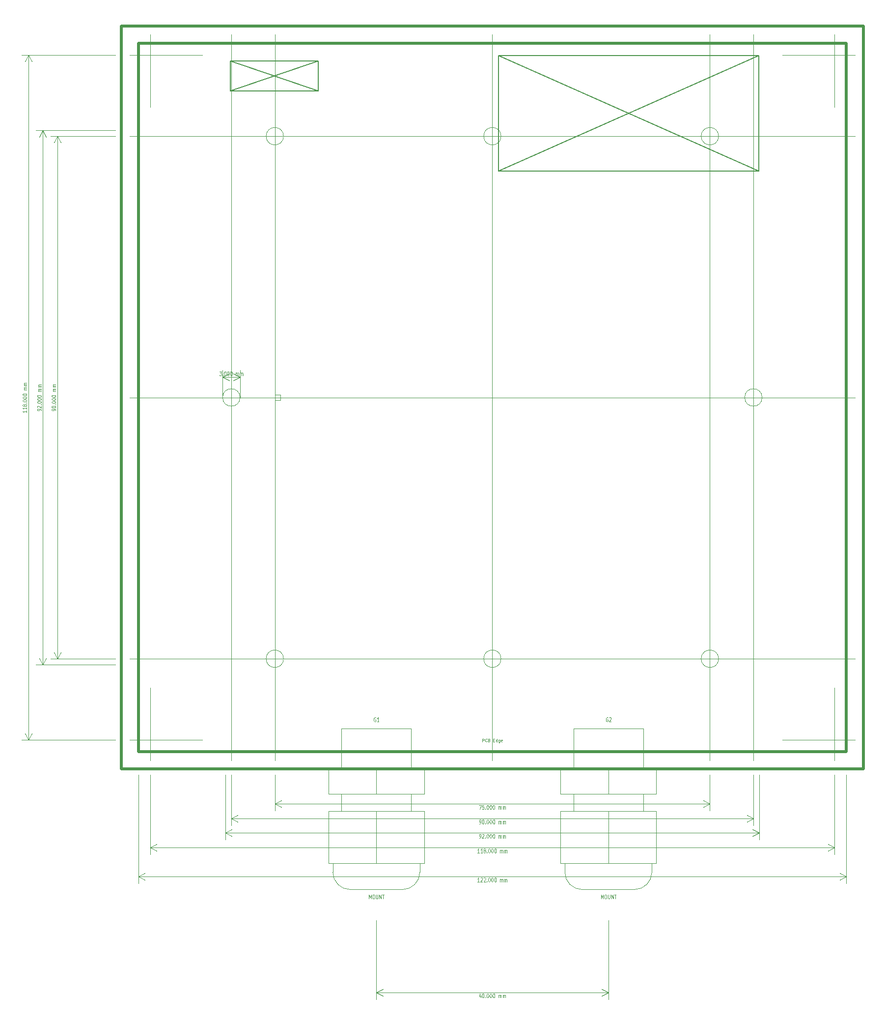
<source format=gbr>
G04 #@! TF.FileFunction,Drawing*
%FSLAX46Y46*%
G04 Gerber Fmt 4.6, Leading zero omitted, Abs format (unit mm)*
G04 Created by KiCad (PCBNEW 4.0.7-e2-6376~61~ubuntu18.04.1) date Thu Aug  9 16:35:42 2018*
%MOMM*%
%LPD*%
G01*
G04 APERTURE LIST*
%ADD10C,0.100000*%
%ADD11C,0.500000*%
%ADD12C,0.120000*%
%ADD13C,0.150000*%
%ADD14C,0.080000*%
G04 APERTURE END LIST*
D10*
D11*
X219000000Y-144000000D02*
X219000000Y-16000000D01*
X91000000Y-144000000D02*
X219000000Y-144000000D01*
D12*
X152983333Y-182907014D02*
X152983333Y-183373681D01*
X152852380Y-182640347D02*
X152721428Y-183140347D01*
X153061904Y-183140347D01*
X153376190Y-182673681D02*
X153428571Y-182673681D01*
X153480952Y-182707014D01*
X153507143Y-182740347D01*
X153533333Y-182807014D01*
X153559524Y-182940347D01*
X153559524Y-183107014D01*
X153533333Y-183240347D01*
X153507143Y-183307014D01*
X153480952Y-183340347D01*
X153428571Y-183373681D01*
X153376190Y-183373681D01*
X153323809Y-183340347D01*
X153297619Y-183307014D01*
X153271428Y-183240347D01*
X153245238Y-183107014D01*
X153245238Y-182940347D01*
X153271428Y-182807014D01*
X153297619Y-182740347D01*
X153323809Y-182707014D01*
X153376190Y-182673681D01*
X153795238Y-183307014D02*
X153821429Y-183340347D01*
X153795238Y-183373681D01*
X153769048Y-183340347D01*
X153795238Y-183307014D01*
X153795238Y-183373681D01*
X154161905Y-182673681D02*
X154214286Y-182673681D01*
X154266667Y-182707014D01*
X154292858Y-182740347D01*
X154319048Y-182807014D01*
X154345239Y-182940347D01*
X154345239Y-183107014D01*
X154319048Y-183240347D01*
X154292858Y-183307014D01*
X154266667Y-183340347D01*
X154214286Y-183373681D01*
X154161905Y-183373681D01*
X154109524Y-183340347D01*
X154083334Y-183307014D01*
X154057143Y-183240347D01*
X154030953Y-183107014D01*
X154030953Y-182940347D01*
X154057143Y-182807014D01*
X154083334Y-182740347D01*
X154109524Y-182707014D01*
X154161905Y-182673681D01*
X154685715Y-182673681D02*
X154738096Y-182673681D01*
X154790477Y-182707014D01*
X154816668Y-182740347D01*
X154842858Y-182807014D01*
X154869049Y-182940347D01*
X154869049Y-183107014D01*
X154842858Y-183240347D01*
X154816668Y-183307014D01*
X154790477Y-183340347D01*
X154738096Y-183373681D01*
X154685715Y-183373681D01*
X154633334Y-183340347D01*
X154607144Y-183307014D01*
X154580953Y-183240347D01*
X154554763Y-183107014D01*
X154554763Y-182940347D01*
X154580953Y-182807014D01*
X154607144Y-182740347D01*
X154633334Y-182707014D01*
X154685715Y-182673681D01*
X155209525Y-182673681D02*
X155261906Y-182673681D01*
X155314287Y-182707014D01*
X155340478Y-182740347D01*
X155366668Y-182807014D01*
X155392859Y-182940347D01*
X155392859Y-183107014D01*
X155366668Y-183240347D01*
X155340478Y-183307014D01*
X155314287Y-183340347D01*
X155261906Y-183373681D01*
X155209525Y-183373681D01*
X155157144Y-183340347D01*
X155130954Y-183307014D01*
X155104763Y-183240347D01*
X155078573Y-183107014D01*
X155078573Y-182940347D01*
X155104763Y-182807014D01*
X155130954Y-182740347D01*
X155157144Y-182707014D01*
X155209525Y-182673681D01*
X156047621Y-183373681D02*
X156047621Y-182907014D01*
X156047621Y-182973681D02*
X156073812Y-182940347D01*
X156126193Y-182907014D01*
X156204764Y-182907014D01*
X156257145Y-182940347D01*
X156283336Y-183007014D01*
X156283336Y-183373681D01*
X156283336Y-183007014D02*
X156309526Y-182940347D01*
X156361907Y-182907014D01*
X156440479Y-182907014D01*
X156492859Y-182940347D01*
X156519050Y-183007014D01*
X156519050Y-183373681D01*
X156780954Y-183373681D02*
X156780954Y-182907014D01*
X156780954Y-182973681D02*
X156807145Y-182940347D01*
X156859526Y-182907014D01*
X156938097Y-182907014D01*
X156990478Y-182940347D01*
X157016669Y-183007014D01*
X157016669Y-183373681D01*
X157016669Y-183007014D02*
X157042859Y-182940347D01*
X157095240Y-182907014D01*
X157173812Y-182907014D01*
X157226192Y-182940347D01*
X157252383Y-183007014D01*
X157252383Y-183373681D01*
X135000000Y-182467014D02*
X175000000Y-182467014D01*
X135000000Y-170000000D02*
X135000000Y-183647014D01*
X175000000Y-170000000D02*
X175000000Y-183647014D01*
X175000000Y-182467014D02*
X173873496Y-183053435D01*
X175000000Y-182467014D02*
X173873496Y-181880593D01*
X135000000Y-182467014D02*
X136126504Y-183053435D01*
X135000000Y-182467014D02*
X136126504Y-181880593D01*
D11*
X219000000Y-16000000D02*
X91000000Y-16000000D01*
X91000000Y-16000000D02*
X91000000Y-144000000D01*
X94000000Y-141000000D02*
X216000000Y-141000000D01*
X94000000Y-19000000D02*
X94000000Y-141000000D01*
X216000000Y-19000000D02*
X94000000Y-19000000D01*
X216000000Y-141000000D02*
X216000000Y-19000000D01*
D12*
X152773809Y-163406647D02*
X152459523Y-163406647D01*
X152616666Y-163406647D02*
X152616666Y-162706647D01*
X152564285Y-162806647D01*
X152511904Y-162873313D01*
X152459523Y-162906647D01*
X152983333Y-162773313D02*
X153009523Y-162739980D01*
X153061904Y-162706647D01*
X153192857Y-162706647D01*
X153245238Y-162739980D01*
X153271428Y-162773313D01*
X153297619Y-162839980D01*
X153297619Y-162906647D01*
X153271428Y-163006647D01*
X152957142Y-163406647D01*
X153297619Y-163406647D01*
X153507143Y-162773313D02*
X153533333Y-162739980D01*
X153585714Y-162706647D01*
X153716667Y-162706647D01*
X153769048Y-162739980D01*
X153795238Y-162773313D01*
X153821429Y-162839980D01*
X153821429Y-162906647D01*
X153795238Y-163006647D01*
X153480952Y-163406647D01*
X153821429Y-163406647D01*
X154057143Y-163339980D02*
X154083334Y-163373313D01*
X154057143Y-163406647D01*
X154030953Y-163373313D01*
X154057143Y-163339980D01*
X154057143Y-163406647D01*
X154423810Y-162706647D02*
X154476191Y-162706647D01*
X154528572Y-162739980D01*
X154554763Y-162773313D01*
X154580953Y-162839980D01*
X154607144Y-162973313D01*
X154607144Y-163139980D01*
X154580953Y-163273313D01*
X154554763Y-163339980D01*
X154528572Y-163373313D01*
X154476191Y-163406647D01*
X154423810Y-163406647D01*
X154371429Y-163373313D01*
X154345239Y-163339980D01*
X154319048Y-163273313D01*
X154292858Y-163139980D01*
X154292858Y-162973313D01*
X154319048Y-162839980D01*
X154345239Y-162773313D01*
X154371429Y-162739980D01*
X154423810Y-162706647D01*
X154947620Y-162706647D02*
X155000001Y-162706647D01*
X155052382Y-162739980D01*
X155078573Y-162773313D01*
X155104763Y-162839980D01*
X155130954Y-162973313D01*
X155130954Y-163139980D01*
X155104763Y-163273313D01*
X155078573Y-163339980D01*
X155052382Y-163373313D01*
X155000001Y-163406647D01*
X154947620Y-163406647D01*
X154895239Y-163373313D01*
X154869049Y-163339980D01*
X154842858Y-163273313D01*
X154816668Y-163139980D01*
X154816668Y-162973313D01*
X154842858Y-162839980D01*
X154869049Y-162773313D01*
X154895239Y-162739980D01*
X154947620Y-162706647D01*
X155471430Y-162706647D02*
X155523811Y-162706647D01*
X155576192Y-162739980D01*
X155602383Y-162773313D01*
X155628573Y-162839980D01*
X155654764Y-162973313D01*
X155654764Y-163139980D01*
X155628573Y-163273313D01*
X155602383Y-163339980D01*
X155576192Y-163373313D01*
X155523811Y-163406647D01*
X155471430Y-163406647D01*
X155419049Y-163373313D01*
X155392859Y-163339980D01*
X155366668Y-163273313D01*
X155340478Y-163139980D01*
X155340478Y-162973313D01*
X155366668Y-162839980D01*
X155392859Y-162773313D01*
X155419049Y-162739980D01*
X155471430Y-162706647D01*
X156309526Y-163406647D02*
X156309526Y-162939980D01*
X156309526Y-163006647D02*
X156335717Y-162973313D01*
X156388098Y-162939980D01*
X156466669Y-162939980D01*
X156519050Y-162973313D01*
X156545241Y-163039980D01*
X156545241Y-163406647D01*
X156545241Y-163039980D02*
X156571431Y-162973313D01*
X156623812Y-162939980D01*
X156702384Y-162939980D01*
X156754764Y-162973313D01*
X156780955Y-163039980D01*
X156780955Y-163406647D01*
X157042859Y-163406647D02*
X157042859Y-162939980D01*
X157042859Y-163006647D02*
X157069050Y-162973313D01*
X157121431Y-162939980D01*
X157200002Y-162939980D01*
X157252383Y-162973313D01*
X157278574Y-163039980D01*
X157278574Y-163406647D01*
X157278574Y-163039980D02*
X157304764Y-162973313D01*
X157357145Y-162939980D01*
X157435717Y-162939980D01*
X157488097Y-162973313D01*
X157514288Y-163039980D01*
X157514288Y-163406647D01*
X216000000Y-162499980D02*
X94000000Y-162499980D01*
X216000000Y-145000000D02*
X216000000Y-163679980D01*
X94000000Y-145000000D02*
X94000000Y-163679980D01*
X94000000Y-162499980D02*
X95126504Y-161913559D01*
X94000000Y-162499980D02*
X95126504Y-163086401D01*
X216000000Y-162499980D02*
X214873496Y-161913559D01*
X216000000Y-162499980D02*
X214873496Y-163086401D01*
X107957142Y-75526667D02*
X108297619Y-75526667D01*
X108114285Y-75793333D01*
X108192857Y-75793333D01*
X108245238Y-75826667D01*
X108271428Y-75860000D01*
X108297619Y-75926667D01*
X108297619Y-76093333D01*
X108271428Y-76160000D01*
X108245238Y-76193333D01*
X108192857Y-76226667D01*
X108035714Y-76226667D01*
X107983333Y-76193333D01*
X107957142Y-76160000D01*
X108533333Y-76160000D02*
X108559524Y-76193333D01*
X108533333Y-76226667D01*
X108507143Y-76193333D01*
X108533333Y-76160000D01*
X108533333Y-76226667D01*
X108900000Y-75526667D02*
X108952381Y-75526667D01*
X109004762Y-75560000D01*
X109030953Y-75593333D01*
X109057143Y-75660000D01*
X109083334Y-75793333D01*
X109083334Y-75960000D01*
X109057143Y-76093333D01*
X109030953Y-76160000D01*
X109004762Y-76193333D01*
X108952381Y-76226667D01*
X108900000Y-76226667D01*
X108847619Y-76193333D01*
X108821429Y-76160000D01*
X108795238Y-76093333D01*
X108769048Y-75960000D01*
X108769048Y-75793333D01*
X108795238Y-75660000D01*
X108821429Y-75593333D01*
X108847619Y-75560000D01*
X108900000Y-75526667D01*
X109423810Y-75526667D02*
X109476191Y-75526667D01*
X109528572Y-75560000D01*
X109554763Y-75593333D01*
X109580953Y-75660000D01*
X109607144Y-75793333D01*
X109607144Y-75960000D01*
X109580953Y-76093333D01*
X109554763Y-76160000D01*
X109528572Y-76193333D01*
X109476191Y-76226667D01*
X109423810Y-76226667D01*
X109371429Y-76193333D01*
X109345239Y-76160000D01*
X109319048Y-76093333D01*
X109292858Y-75960000D01*
X109292858Y-75793333D01*
X109319048Y-75660000D01*
X109345239Y-75593333D01*
X109371429Y-75560000D01*
X109423810Y-75526667D01*
X109947620Y-75526667D02*
X110000001Y-75526667D01*
X110052382Y-75560000D01*
X110078573Y-75593333D01*
X110104763Y-75660000D01*
X110130954Y-75793333D01*
X110130954Y-75960000D01*
X110104763Y-76093333D01*
X110078573Y-76160000D01*
X110052382Y-76193333D01*
X110000001Y-76226667D01*
X109947620Y-76226667D01*
X109895239Y-76193333D01*
X109869049Y-76160000D01*
X109842858Y-76093333D01*
X109816668Y-75960000D01*
X109816668Y-75793333D01*
X109842858Y-75660000D01*
X109869049Y-75593333D01*
X109895239Y-75560000D01*
X109947620Y-75526667D01*
X110785716Y-76226667D02*
X110785716Y-75760000D01*
X110785716Y-75826667D02*
X110811907Y-75793333D01*
X110864288Y-75760000D01*
X110942859Y-75760000D01*
X110995240Y-75793333D01*
X111021431Y-75860000D01*
X111021431Y-76226667D01*
X111021431Y-75860000D02*
X111047621Y-75793333D01*
X111100002Y-75760000D01*
X111178574Y-75760000D01*
X111230954Y-75793333D01*
X111257145Y-75860000D01*
X111257145Y-76226667D01*
X111519049Y-76226667D02*
X111519049Y-75760000D01*
X111519049Y-75826667D02*
X111545240Y-75793333D01*
X111597621Y-75760000D01*
X111676192Y-75760000D01*
X111728573Y-75793333D01*
X111754764Y-75860000D01*
X111754764Y-76226667D01*
X111754764Y-75860000D02*
X111780954Y-75793333D01*
X111833335Y-75760000D01*
X111911907Y-75760000D01*
X111964287Y-75793333D01*
X111990478Y-75860000D01*
X111990478Y-76226667D01*
X108500000Y-76500000D02*
X111500000Y-76500000D01*
X108500000Y-80000000D02*
X108500000Y-75320000D01*
X111500000Y-80000000D02*
X111500000Y-75320000D01*
X111500000Y-76500000D02*
X110373496Y-77086421D01*
X111500000Y-76500000D02*
X110373496Y-75913579D01*
X108500000Y-76500000D02*
X109626504Y-77086421D01*
X108500000Y-76500000D02*
X109626504Y-75913579D01*
D10*
X96000000Y-30000000D02*
X96000000Y-17500000D01*
X214000000Y-30000000D02*
X214000000Y-17500000D01*
X205000000Y-21000000D02*
X217500000Y-21000000D01*
X205000000Y-139000000D02*
X217500000Y-139000000D01*
X214000000Y-142500000D02*
X214000000Y-130000000D01*
X119000000Y-125000000D02*
G75*
G03X119000000Y-125000000I-1500000J0D01*
G01*
X156500000Y-125000000D02*
G75*
G03X156500000Y-125000000I-1500000J0D01*
G01*
X194000000Y-125000000D02*
G75*
G03X194000000Y-125000000I-1500000J0D01*
G01*
X201500000Y-80000000D02*
G75*
G03X201500000Y-80000000I-1500000J0D01*
G01*
X194000000Y-35000000D02*
G75*
G03X194000000Y-35000000I-1500000J0D01*
G01*
X156500000Y-35000000D02*
G75*
G03X156500000Y-35000000I-1500000J0D01*
G01*
X119000000Y-35000000D02*
G75*
G03X119000000Y-35000000I-1500000J0D01*
G01*
X111500000Y-80000000D02*
G75*
G03X111500000Y-80000000I-1500000J0D01*
G01*
D12*
X152773809Y-155887192D02*
X152878571Y-155887192D01*
X152930952Y-155853858D01*
X152957142Y-155820525D01*
X153009523Y-155720525D01*
X153035714Y-155587192D01*
X153035714Y-155320525D01*
X153009523Y-155253858D01*
X152983333Y-155220525D01*
X152930952Y-155187192D01*
X152826190Y-155187192D01*
X152773809Y-155220525D01*
X152747618Y-155253858D01*
X152721428Y-155320525D01*
X152721428Y-155487192D01*
X152747618Y-155553858D01*
X152773809Y-155587192D01*
X152826190Y-155620525D01*
X152930952Y-155620525D01*
X152983333Y-155587192D01*
X153009523Y-155553858D01*
X153035714Y-155487192D01*
X153245238Y-155253858D02*
X153271428Y-155220525D01*
X153323809Y-155187192D01*
X153454762Y-155187192D01*
X153507143Y-155220525D01*
X153533333Y-155253858D01*
X153559524Y-155320525D01*
X153559524Y-155387192D01*
X153533333Y-155487192D01*
X153219047Y-155887192D01*
X153559524Y-155887192D01*
X153795238Y-155820525D02*
X153821429Y-155853858D01*
X153795238Y-155887192D01*
X153769048Y-155853858D01*
X153795238Y-155820525D01*
X153795238Y-155887192D01*
X154161905Y-155187192D02*
X154214286Y-155187192D01*
X154266667Y-155220525D01*
X154292858Y-155253858D01*
X154319048Y-155320525D01*
X154345239Y-155453858D01*
X154345239Y-155620525D01*
X154319048Y-155753858D01*
X154292858Y-155820525D01*
X154266667Y-155853858D01*
X154214286Y-155887192D01*
X154161905Y-155887192D01*
X154109524Y-155853858D01*
X154083334Y-155820525D01*
X154057143Y-155753858D01*
X154030953Y-155620525D01*
X154030953Y-155453858D01*
X154057143Y-155320525D01*
X154083334Y-155253858D01*
X154109524Y-155220525D01*
X154161905Y-155187192D01*
X154685715Y-155187192D02*
X154738096Y-155187192D01*
X154790477Y-155220525D01*
X154816668Y-155253858D01*
X154842858Y-155320525D01*
X154869049Y-155453858D01*
X154869049Y-155620525D01*
X154842858Y-155753858D01*
X154816668Y-155820525D01*
X154790477Y-155853858D01*
X154738096Y-155887192D01*
X154685715Y-155887192D01*
X154633334Y-155853858D01*
X154607144Y-155820525D01*
X154580953Y-155753858D01*
X154554763Y-155620525D01*
X154554763Y-155453858D01*
X154580953Y-155320525D01*
X154607144Y-155253858D01*
X154633334Y-155220525D01*
X154685715Y-155187192D01*
X155209525Y-155187192D02*
X155261906Y-155187192D01*
X155314287Y-155220525D01*
X155340478Y-155253858D01*
X155366668Y-155320525D01*
X155392859Y-155453858D01*
X155392859Y-155620525D01*
X155366668Y-155753858D01*
X155340478Y-155820525D01*
X155314287Y-155853858D01*
X155261906Y-155887192D01*
X155209525Y-155887192D01*
X155157144Y-155853858D01*
X155130954Y-155820525D01*
X155104763Y-155753858D01*
X155078573Y-155620525D01*
X155078573Y-155453858D01*
X155104763Y-155320525D01*
X155130954Y-155253858D01*
X155157144Y-155220525D01*
X155209525Y-155187192D01*
X156047621Y-155887192D02*
X156047621Y-155420525D01*
X156047621Y-155487192D02*
X156073812Y-155453858D01*
X156126193Y-155420525D01*
X156204764Y-155420525D01*
X156257145Y-155453858D01*
X156283336Y-155520525D01*
X156283336Y-155887192D01*
X156283336Y-155520525D02*
X156309526Y-155453858D01*
X156361907Y-155420525D01*
X156440479Y-155420525D01*
X156492859Y-155453858D01*
X156519050Y-155520525D01*
X156519050Y-155887192D01*
X156780954Y-155887192D02*
X156780954Y-155420525D01*
X156780954Y-155487192D02*
X156807145Y-155453858D01*
X156859526Y-155420525D01*
X156938097Y-155420525D01*
X156990478Y-155453858D01*
X157016669Y-155520525D01*
X157016669Y-155887192D01*
X157016669Y-155520525D02*
X157042859Y-155453858D01*
X157095240Y-155420525D01*
X157173812Y-155420525D01*
X157226192Y-155453858D01*
X157252383Y-155520525D01*
X157252383Y-155887192D01*
X201000000Y-154980525D02*
X109000000Y-154980525D01*
X201000000Y-145000000D02*
X201000000Y-156160525D01*
X109000000Y-145000000D02*
X109000000Y-156160525D01*
X109000000Y-154980525D02*
X110126504Y-154394104D01*
X109000000Y-154980525D02*
X110126504Y-155566946D01*
X201000000Y-154980525D02*
X199873496Y-154394104D01*
X201000000Y-154980525D02*
X199873496Y-155566946D01*
D10*
X92500000Y-125000000D02*
X217500000Y-125000000D01*
X92500000Y-35000000D02*
X217500000Y-35000000D01*
X192500000Y-142500000D02*
X192500000Y-17500000D01*
X117500000Y-142500000D02*
X117500000Y-17500000D01*
D12*
X152695237Y-150206667D02*
X153061904Y-150206667D01*
X152826190Y-150906667D01*
X153533333Y-150206667D02*
X153271428Y-150206667D01*
X153245238Y-150540000D01*
X153271428Y-150506667D01*
X153323809Y-150473333D01*
X153454762Y-150473333D01*
X153507143Y-150506667D01*
X153533333Y-150540000D01*
X153559524Y-150606667D01*
X153559524Y-150773333D01*
X153533333Y-150840000D01*
X153507143Y-150873333D01*
X153454762Y-150906667D01*
X153323809Y-150906667D01*
X153271428Y-150873333D01*
X153245238Y-150840000D01*
X153795238Y-150840000D02*
X153821429Y-150873333D01*
X153795238Y-150906667D01*
X153769048Y-150873333D01*
X153795238Y-150840000D01*
X153795238Y-150906667D01*
X154161905Y-150206667D02*
X154214286Y-150206667D01*
X154266667Y-150240000D01*
X154292858Y-150273333D01*
X154319048Y-150340000D01*
X154345239Y-150473333D01*
X154345239Y-150640000D01*
X154319048Y-150773333D01*
X154292858Y-150840000D01*
X154266667Y-150873333D01*
X154214286Y-150906667D01*
X154161905Y-150906667D01*
X154109524Y-150873333D01*
X154083334Y-150840000D01*
X154057143Y-150773333D01*
X154030953Y-150640000D01*
X154030953Y-150473333D01*
X154057143Y-150340000D01*
X154083334Y-150273333D01*
X154109524Y-150240000D01*
X154161905Y-150206667D01*
X154685715Y-150206667D02*
X154738096Y-150206667D01*
X154790477Y-150240000D01*
X154816668Y-150273333D01*
X154842858Y-150340000D01*
X154869049Y-150473333D01*
X154869049Y-150640000D01*
X154842858Y-150773333D01*
X154816668Y-150840000D01*
X154790477Y-150873333D01*
X154738096Y-150906667D01*
X154685715Y-150906667D01*
X154633334Y-150873333D01*
X154607144Y-150840000D01*
X154580953Y-150773333D01*
X154554763Y-150640000D01*
X154554763Y-150473333D01*
X154580953Y-150340000D01*
X154607144Y-150273333D01*
X154633334Y-150240000D01*
X154685715Y-150206667D01*
X155209525Y-150206667D02*
X155261906Y-150206667D01*
X155314287Y-150240000D01*
X155340478Y-150273333D01*
X155366668Y-150340000D01*
X155392859Y-150473333D01*
X155392859Y-150640000D01*
X155366668Y-150773333D01*
X155340478Y-150840000D01*
X155314287Y-150873333D01*
X155261906Y-150906667D01*
X155209525Y-150906667D01*
X155157144Y-150873333D01*
X155130954Y-150840000D01*
X155104763Y-150773333D01*
X155078573Y-150640000D01*
X155078573Y-150473333D01*
X155104763Y-150340000D01*
X155130954Y-150273333D01*
X155157144Y-150240000D01*
X155209525Y-150206667D01*
X156047621Y-150906667D02*
X156047621Y-150440000D01*
X156047621Y-150506667D02*
X156073812Y-150473333D01*
X156126193Y-150440000D01*
X156204764Y-150440000D01*
X156257145Y-150473333D01*
X156283336Y-150540000D01*
X156283336Y-150906667D01*
X156283336Y-150540000D02*
X156309526Y-150473333D01*
X156361907Y-150440000D01*
X156440479Y-150440000D01*
X156492859Y-150473333D01*
X156519050Y-150540000D01*
X156519050Y-150906667D01*
X156780954Y-150906667D02*
X156780954Y-150440000D01*
X156780954Y-150506667D02*
X156807145Y-150473333D01*
X156859526Y-150440000D01*
X156938097Y-150440000D01*
X156990478Y-150473333D01*
X157016669Y-150540000D01*
X157016669Y-150906667D01*
X157016669Y-150540000D02*
X157042859Y-150473333D01*
X157095240Y-150440000D01*
X157173812Y-150440000D01*
X157226192Y-150473333D01*
X157252383Y-150540000D01*
X157252383Y-150906667D01*
X192500000Y-150000000D02*
X117500000Y-150000000D01*
X192500000Y-145000000D02*
X192500000Y-151180000D01*
X117500000Y-145000000D02*
X117500000Y-151180000D01*
X117500000Y-150000000D02*
X118626504Y-149413579D01*
X117500000Y-150000000D02*
X118626504Y-150586421D01*
X192500000Y-150000000D02*
X191373496Y-149413579D01*
X192500000Y-150000000D02*
X191373496Y-150586421D01*
D10*
X92500000Y-21000000D02*
X105000000Y-21000000D01*
X92500000Y-139000000D02*
X105000000Y-139000000D01*
X96000000Y-142500000D02*
X96000000Y-130000000D01*
X200000000Y-142500000D02*
X200000000Y-17500000D01*
X155000000Y-142500000D02*
X155000000Y-17500000D01*
X110000000Y-142500000D02*
X110000000Y-17500000D01*
D12*
X77226667Y-82226191D02*
X77226667Y-82121429D01*
X77193333Y-82069048D01*
X77160000Y-82042858D01*
X77060000Y-81990477D01*
X76926667Y-81964286D01*
X76660000Y-81964286D01*
X76593333Y-81990477D01*
X76560000Y-82016667D01*
X76526667Y-82069048D01*
X76526667Y-82173810D01*
X76560000Y-82226191D01*
X76593333Y-82252382D01*
X76660000Y-82278572D01*
X76826667Y-82278572D01*
X76893333Y-82252382D01*
X76926667Y-82226191D01*
X76960000Y-82173810D01*
X76960000Y-82069048D01*
X76926667Y-82016667D01*
X76893333Y-81990477D01*
X76826667Y-81964286D01*
X76593333Y-81754762D02*
X76560000Y-81728572D01*
X76526667Y-81676191D01*
X76526667Y-81545238D01*
X76560000Y-81492857D01*
X76593333Y-81466667D01*
X76660000Y-81440476D01*
X76726667Y-81440476D01*
X76826667Y-81466667D01*
X77226667Y-81780953D01*
X77226667Y-81440476D01*
X77160000Y-81204762D02*
X77193333Y-81178571D01*
X77226667Y-81204762D01*
X77193333Y-81230952D01*
X77160000Y-81204762D01*
X77226667Y-81204762D01*
X76526667Y-80838095D02*
X76526667Y-80785714D01*
X76560000Y-80733333D01*
X76593333Y-80707142D01*
X76660000Y-80680952D01*
X76793333Y-80654761D01*
X76960000Y-80654761D01*
X77093333Y-80680952D01*
X77160000Y-80707142D01*
X77193333Y-80733333D01*
X77226667Y-80785714D01*
X77226667Y-80838095D01*
X77193333Y-80890476D01*
X77160000Y-80916666D01*
X77093333Y-80942857D01*
X76960000Y-80969047D01*
X76793333Y-80969047D01*
X76660000Y-80942857D01*
X76593333Y-80916666D01*
X76560000Y-80890476D01*
X76526667Y-80838095D01*
X76526667Y-80314285D02*
X76526667Y-80261904D01*
X76560000Y-80209523D01*
X76593333Y-80183332D01*
X76660000Y-80157142D01*
X76793333Y-80130951D01*
X76960000Y-80130951D01*
X77093333Y-80157142D01*
X77160000Y-80183332D01*
X77193333Y-80209523D01*
X77226667Y-80261904D01*
X77226667Y-80314285D01*
X77193333Y-80366666D01*
X77160000Y-80392856D01*
X77093333Y-80419047D01*
X76960000Y-80445237D01*
X76793333Y-80445237D01*
X76660000Y-80419047D01*
X76593333Y-80392856D01*
X76560000Y-80366666D01*
X76526667Y-80314285D01*
X76526667Y-79790475D02*
X76526667Y-79738094D01*
X76560000Y-79685713D01*
X76593333Y-79659522D01*
X76660000Y-79633332D01*
X76793333Y-79607141D01*
X76960000Y-79607141D01*
X77093333Y-79633332D01*
X77160000Y-79659522D01*
X77193333Y-79685713D01*
X77226667Y-79738094D01*
X77226667Y-79790475D01*
X77193333Y-79842856D01*
X77160000Y-79869046D01*
X77093333Y-79895237D01*
X76960000Y-79921427D01*
X76793333Y-79921427D01*
X76660000Y-79895237D01*
X76593333Y-79869046D01*
X76560000Y-79842856D01*
X76526667Y-79790475D01*
X77226667Y-78952379D02*
X76760000Y-78952379D01*
X76826667Y-78952379D02*
X76793333Y-78926188D01*
X76760000Y-78873807D01*
X76760000Y-78795236D01*
X76793333Y-78742855D01*
X76860000Y-78716664D01*
X77226667Y-78716664D01*
X76860000Y-78716664D02*
X76793333Y-78690474D01*
X76760000Y-78638093D01*
X76760000Y-78559521D01*
X76793333Y-78507141D01*
X76860000Y-78480950D01*
X77226667Y-78480950D01*
X77226667Y-78219046D02*
X76760000Y-78219046D01*
X76826667Y-78219046D02*
X76793333Y-78192855D01*
X76760000Y-78140474D01*
X76760000Y-78061903D01*
X76793333Y-78009522D01*
X76860000Y-77983331D01*
X77226667Y-77983331D01*
X76860000Y-77983331D02*
X76793333Y-77957141D01*
X76760000Y-77904760D01*
X76760000Y-77826188D01*
X76793333Y-77773808D01*
X76860000Y-77747617D01*
X77226667Y-77747617D01*
X77500000Y-126000000D02*
X77500000Y-34000000D01*
X90000000Y-126000000D02*
X76320000Y-126000000D01*
X90000000Y-34000000D02*
X76320000Y-34000000D01*
X77500000Y-34000000D02*
X78086421Y-35126504D01*
X77500000Y-34000000D02*
X76913579Y-35126504D01*
X77500000Y-126000000D02*
X78086421Y-124873496D01*
X77500000Y-126000000D02*
X76913579Y-124873496D01*
X79726667Y-82226191D02*
X79726667Y-82121429D01*
X79693333Y-82069048D01*
X79660000Y-82042858D01*
X79560000Y-81990477D01*
X79426667Y-81964286D01*
X79160000Y-81964286D01*
X79093333Y-81990477D01*
X79060000Y-82016667D01*
X79026667Y-82069048D01*
X79026667Y-82173810D01*
X79060000Y-82226191D01*
X79093333Y-82252382D01*
X79160000Y-82278572D01*
X79326667Y-82278572D01*
X79393333Y-82252382D01*
X79426667Y-82226191D01*
X79460000Y-82173810D01*
X79460000Y-82069048D01*
X79426667Y-82016667D01*
X79393333Y-81990477D01*
X79326667Y-81964286D01*
X79026667Y-81623810D02*
X79026667Y-81571429D01*
X79060000Y-81519048D01*
X79093333Y-81492857D01*
X79160000Y-81466667D01*
X79293333Y-81440476D01*
X79460000Y-81440476D01*
X79593333Y-81466667D01*
X79660000Y-81492857D01*
X79693333Y-81519048D01*
X79726667Y-81571429D01*
X79726667Y-81623810D01*
X79693333Y-81676191D01*
X79660000Y-81702381D01*
X79593333Y-81728572D01*
X79460000Y-81754762D01*
X79293333Y-81754762D01*
X79160000Y-81728572D01*
X79093333Y-81702381D01*
X79060000Y-81676191D01*
X79026667Y-81623810D01*
X79660000Y-81204762D02*
X79693333Y-81178571D01*
X79726667Y-81204762D01*
X79693333Y-81230952D01*
X79660000Y-81204762D01*
X79726667Y-81204762D01*
X79026667Y-80838095D02*
X79026667Y-80785714D01*
X79060000Y-80733333D01*
X79093333Y-80707142D01*
X79160000Y-80680952D01*
X79293333Y-80654761D01*
X79460000Y-80654761D01*
X79593333Y-80680952D01*
X79660000Y-80707142D01*
X79693333Y-80733333D01*
X79726667Y-80785714D01*
X79726667Y-80838095D01*
X79693333Y-80890476D01*
X79660000Y-80916666D01*
X79593333Y-80942857D01*
X79460000Y-80969047D01*
X79293333Y-80969047D01*
X79160000Y-80942857D01*
X79093333Y-80916666D01*
X79060000Y-80890476D01*
X79026667Y-80838095D01*
X79026667Y-80314285D02*
X79026667Y-80261904D01*
X79060000Y-80209523D01*
X79093333Y-80183332D01*
X79160000Y-80157142D01*
X79293333Y-80130951D01*
X79460000Y-80130951D01*
X79593333Y-80157142D01*
X79660000Y-80183332D01*
X79693333Y-80209523D01*
X79726667Y-80261904D01*
X79726667Y-80314285D01*
X79693333Y-80366666D01*
X79660000Y-80392856D01*
X79593333Y-80419047D01*
X79460000Y-80445237D01*
X79293333Y-80445237D01*
X79160000Y-80419047D01*
X79093333Y-80392856D01*
X79060000Y-80366666D01*
X79026667Y-80314285D01*
X79026667Y-79790475D02*
X79026667Y-79738094D01*
X79060000Y-79685713D01*
X79093333Y-79659522D01*
X79160000Y-79633332D01*
X79293333Y-79607141D01*
X79460000Y-79607141D01*
X79593333Y-79633332D01*
X79660000Y-79659522D01*
X79693333Y-79685713D01*
X79726667Y-79738094D01*
X79726667Y-79790475D01*
X79693333Y-79842856D01*
X79660000Y-79869046D01*
X79593333Y-79895237D01*
X79460000Y-79921427D01*
X79293333Y-79921427D01*
X79160000Y-79895237D01*
X79093333Y-79869046D01*
X79060000Y-79842856D01*
X79026667Y-79790475D01*
X79726667Y-78952379D02*
X79260000Y-78952379D01*
X79326667Y-78952379D02*
X79293333Y-78926188D01*
X79260000Y-78873807D01*
X79260000Y-78795236D01*
X79293333Y-78742855D01*
X79360000Y-78716664D01*
X79726667Y-78716664D01*
X79360000Y-78716664D02*
X79293333Y-78690474D01*
X79260000Y-78638093D01*
X79260000Y-78559521D01*
X79293333Y-78507141D01*
X79360000Y-78480950D01*
X79726667Y-78480950D01*
X79726667Y-78219046D02*
X79260000Y-78219046D01*
X79326667Y-78219046D02*
X79293333Y-78192855D01*
X79260000Y-78140474D01*
X79260000Y-78061903D01*
X79293333Y-78009522D01*
X79360000Y-77983331D01*
X79726667Y-77983331D01*
X79360000Y-77983331D02*
X79293333Y-77957141D01*
X79260000Y-77904760D01*
X79260000Y-77826188D01*
X79293333Y-77773808D01*
X79360000Y-77747617D01*
X79726667Y-77747617D01*
X80000000Y-125000000D02*
X80000000Y-35000000D01*
X90000000Y-125000000D02*
X78820000Y-125000000D01*
X90000000Y-35000000D02*
X78820000Y-35000000D01*
X80000000Y-35000000D02*
X80586421Y-36126504D01*
X80000000Y-35000000D02*
X79413579Y-36126504D01*
X80000000Y-125000000D02*
X80586421Y-123873496D01*
X80000000Y-125000000D02*
X79413579Y-123873496D01*
D10*
X92500000Y-80000000D02*
X217500000Y-80000000D01*
D12*
X74726667Y-82226191D02*
X74726667Y-82540477D01*
X74726667Y-82383334D02*
X74026667Y-82383334D01*
X74126667Y-82435715D01*
X74193333Y-82488096D01*
X74226667Y-82540477D01*
X74726667Y-81702381D02*
X74726667Y-82016667D01*
X74726667Y-81859524D02*
X74026667Y-81859524D01*
X74126667Y-81911905D01*
X74193333Y-81964286D01*
X74226667Y-82016667D01*
X74326667Y-81388095D02*
X74293333Y-81440476D01*
X74260000Y-81466667D01*
X74193333Y-81492857D01*
X74160000Y-81492857D01*
X74093333Y-81466667D01*
X74060000Y-81440476D01*
X74026667Y-81388095D01*
X74026667Y-81283333D01*
X74060000Y-81230952D01*
X74093333Y-81204762D01*
X74160000Y-81178571D01*
X74193333Y-81178571D01*
X74260000Y-81204762D01*
X74293333Y-81230952D01*
X74326667Y-81283333D01*
X74326667Y-81388095D01*
X74360000Y-81440476D01*
X74393333Y-81466667D01*
X74460000Y-81492857D01*
X74593333Y-81492857D01*
X74660000Y-81466667D01*
X74693333Y-81440476D01*
X74726667Y-81388095D01*
X74726667Y-81283333D01*
X74693333Y-81230952D01*
X74660000Y-81204762D01*
X74593333Y-81178571D01*
X74460000Y-81178571D01*
X74393333Y-81204762D01*
X74360000Y-81230952D01*
X74326667Y-81283333D01*
X74660000Y-80942857D02*
X74693333Y-80916666D01*
X74726667Y-80942857D01*
X74693333Y-80969047D01*
X74660000Y-80942857D01*
X74726667Y-80942857D01*
X74026667Y-80576190D02*
X74026667Y-80523809D01*
X74060000Y-80471428D01*
X74093333Y-80445237D01*
X74160000Y-80419047D01*
X74293333Y-80392856D01*
X74460000Y-80392856D01*
X74593333Y-80419047D01*
X74660000Y-80445237D01*
X74693333Y-80471428D01*
X74726667Y-80523809D01*
X74726667Y-80576190D01*
X74693333Y-80628571D01*
X74660000Y-80654761D01*
X74593333Y-80680952D01*
X74460000Y-80707142D01*
X74293333Y-80707142D01*
X74160000Y-80680952D01*
X74093333Y-80654761D01*
X74060000Y-80628571D01*
X74026667Y-80576190D01*
X74026667Y-80052380D02*
X74026667Y-79999999D01*
X74060000Y-79947618D01*
X74093333Y-79921427D01*
X74160000Y-79895237D01*
X74293333Y-79869046D01*
X74460000Y-79869046D01*
X74593333Y-79895237D01*
X74660000Y-79921427D01*
X74693333Y-79947618D01*
X74726667Y-79999999D01*
X74726667Y-80052380D01*
X74693333Y-80104761D01*
X74660000Y-80130951D01*
X74593333Y-80157142D01*
X74460000Y-80183332D01*
X74293333Y-80183332D01*
X74160000Y-80157142D01*
X74093333Y-80130951D01*
X74060000Y-80104761D01*
X74026667Y-80052380D01*
X74026667Y-79528570D02*
X74026667Y-79476189D01*
X74060000Y-79423808D01*
X74093333Y-79397617D01*
X74160000Y-79371427D01*
X74293333Y-79345236D01*
X74460000Y-79345236D01*
X74593333Y-79371427D01*
X74660000Y-79397617D01*
X74693333Y-79423808D01*
X74726667Y-79476189D01*
X74726667Y-79528570D01*
X74693333Y-79580951D01*
X74660000Y-79607141D01*
X74593333Y-79633332D01*
X74460000Y-79659522D01*
X74293333Y-79659522D01*
X74160000Y-79633332D01*
X74093333Y-79607141D01*
X74060000Y-79580951D01*
X74026667Y-79528570D01*
X74726667Y-78690474D02*
X74260000Y-78690474D01*
X74326667Y-78690474D02*
X74293333Y-78664283D01*
X74260000Y-78611902D01*
X74260000Y-78533331D01*
X74293333Y-78480950D01*
X74360000Y-78454759D01*
X74726667Y-78454759D01*
X74360000Y-78454759D02*
X74293333Y-78428569D01*
X74260000Y-78376188D01*
X74260000Y-78297616D01*
X74293333Y-78245236D01*
X74360000Y-78219045D01*
X74726667Y-78219045D01*
X74726667Y-77957141D02*
X74260000Y-77957141D01*
X74326667Y-77957141D02*
X74293333Y-77930950D01*
X74260000Y-77878569D01*
X74260000Y-77799998D01*
X74293333Y-77747617D01*
X74360000Y-77721426D01*
X74726667Y-77721426D01*
X74360000Y-77721426D02*
X74293333Y-77695236D01*
X74260000Y-77642855D01*
X74260000Y-77564283D01*
X74293333Y-77511903D01*
X74360000Y-77485712D01*
X74726667Y-77485712D01*
X75000000Y-139000000D02*
X75000000Y-21000000D01*
X90000000Y-139000000D02*
X73820000Y-139000000D01*
X90000000Y-21000000D02*
X73820000Y-21000000D01*
X75000000Y-21000000D02*
X75586421Y-22126504D01*
X75000000Y-21000000D02*
X74413579Y-22126504D01*
X75000000Y-139000000D02*
X75586421Y-137873496D01*
X75000000Y-139000000D02*
X74413579Y-137873496D01*
X152773809Y-153406667D02*
X152878571Y-153406667D01*
X152930952Y-153373333D01*
X152957142Y-153340000D01*
X153009523Y-153240000D01*
X153035714Y-153106667D01*
X153035714Y-152840000D01*
X153009523Y-152773333D01*
X152983333Y-152740000D01*
X152930952Y-152706667D01*
X152826190Y-152706667D01*
X152773809Y-152740000D01*
X152747618Y-152773333D01*
X152721428Y-152840000D01*
X152721428Y-153006667D01*
X152747618Y-153073333D01*
X152773809Y-153106667D01*
X152826190Y-153140000D01*
X152930952Y-153140000D01*
X152983333Y-153106667D01*
X153009523Y-153073333D01*
X153035714Y-153006667D01*
X153376190Y-152706667D02*
X153428571Y-152706667D01*
X153480952Y-152740000D01*
X153507143Y-152773333D01*
X153533333Y-152840000D01*
X153559524Y-152973333D01*
X153559524Y-153140000D01*
X153533333Y-153273333D01*
X153507143Y-153340000D01*
X153480952Y-153373333D01*
X153428571Y-153406667D01*
X153376190Y-153406667D01*
X153323809Y-153373333D01*
X153297619Y-153340000D01*
X153271428Y-153273333D01*
X153245238Y-153140000D01*
X153245238Y-152973333D01*
X153271428Y-152840000D01*
X153297619Y-152773333D01*
X153323809Y-152740000D01*
X153376190Y-152706667D01*
X153795238Y-153340000D02*
X153821429Y-153373333D01*
X153795238Y-153406667D01*
X153769048Y-153373333D01*
X153795238Y-153340000D01*
X153795238Y-153406667D01*
X154161905Y-152706667D02*
X154214286Y-152706667D01*
X154266667Y-152740000D01*
X154292858Y-152773333D01*
X154319048Y-152840000D01*
X154345239Y-152973333D01*
X154345239Y-153140000D01*
X154319048Y-153273333D01*
X154292858Y-153340000D01*
X154266667Y-153373333D01*
X154214286Y-153406667D01*
X154161905Y-153406667D01*
X154109524Y-153373333D01*
X154083334Y-153340000D01*
X154057143Y-153273333D01*
X154030953Y-153140000D01*
X154030953Y-152973333D01*
X154057143Y-152840000D01*
X154083334Y-152773333D01*
X154109524Y-152740000D01*
X154161905Y-152706667D01*
X154685715Y-152706667D02*
X154738096Y-152706667D01*
X154790477Y-152740000D01*
X154816668Y-152773333D01*
X154842858Y-152840000D01*
X154869049Y-152973333D01*
X154869049Y-153140000D01*
X154842858Y-153273333D01*
X154816668Y-153340000D01*
X154790477Y-153373333D01*
X154738096Y-153406667D01*
X154685715Y-153406667D01*
X154633334Y-153373333D01*
X154607144Y-153340000D01*
X154580953Y-153273333D01*
X154554763Y-153140000D01*
X154554763Y-152973333D01*
X154580953Y-152840000D01*
X154607144Y-152773333D01*
X154633334Y-152740000D01*
X154685715Y-152706667D01*
X155209525Y-152706667D02*
X155261906Y-152706667D01*
X155314287Y-152740000D01*
X155340478Y-152773333D01*
X155366668Y-152840000D01*
X155392859Y-152973333D01*
X155392859Y-153140000D01*
X155366668Y-153273333D01*
X155340478Y-153340000D01*
X155314287Y-153373333D01*
X155261906Y-153406667D01*
X155209525Y-153406667D01*
X155157144Y-153373333D01*
X155130954Y-153340000D01*
X155104763Y-153273333D01*
X155078573Y-153140000D01*
X155078573Y-152973333D01*
X155104763Y-152840000D01*
X155130954Y-152773333D01*
X155157144Y-152740000D01*
X155209525Y-152706667D01*
X156047621Y-153406667D02*
X156047621Y-152940000D01*
X156047621Y-153006667D02*
X156073812Y-152973333D01*
X156126193Y-152940000D01*
X156204764Y-152940000D01*
X156257145Y-152973333D01*
X156283336Y-153040000D01*
X156283336Y-153406667D01*
X156283336Y-153040000D02*
X156309526Y-152973333D01*
X156361907Y-152940000D01*
X156440479Y-152940000D01*
X156492859Y-152973333D01*
X156519050Y-153040000D01*
X156519050Y-153406667D01*
X156780954Y-153406667D02*
X156780954Y-152940000D01*
X156780954Y-153006667D02*
X156807145Y-152973333D01*
X156859526Y-152940000D01*
X156938097Y-152940000D01*
X156990478Y-152973333D01*
X157016669Y-153040000D01*
X157016669Y-153406667D01*
X157016669Y-153040000D02*
X157042859Y-152973333D01*
X157095240Y-152940000D01*
X157173812Y-152940000D01*
X157226192Y-152973333D01*
X157252383Y-153040000D01*
X157252383Y-153406667D01*
X200000000Y-152500000D02*
X110000000Y-152500000D01*
X200000000Y-145000000D02*
X200000000Y-153680000D01*
X110000000Y-145000000D02*
X110000000Y-153680000D01*
X110000000Y-152500000D02*
X111126504Y-151913579D01*
X110000000Y-152500000D02*
X111126504Y-153086421D01*
X200000000Y-152500000D02*
X198873496Y-151913579D01*
X200000000Y-152500000D02*
X198873496Y-153086421D01*
X152773809Y-158406667D02*
X152459523Y-158406667D01*
X152616666Y-158406667D02*
X152616666Y-157706667D01*
X152564285Y-157806667D01*
X152511904Y-157873333D01*
X152459523Y-157906667D01*
X153297619Y-158406667D02*
X152983333Y-158406667D01*
X153140476Y-158406667D02*
X153140476Y-157706667D01*
X153088095Y-157806667D01*
X153035714Y-157873333D01*
X152983333Y-157906667D01*
X153611905Y-158006667D02*
X153559524Y-157973333D01*
X153533333Y-157940000D01*
X153507143Y-157873333D01*
X153507143Y-157840000D01*
X153533333Y-157773333D01*
X153559524Y-157740000D01*
X153611905Y-157706667D01*
X153716667Y-157706667D01*
X153769048Y-157740000D01*
X153795238Y-157773333D01*
X153821429Y-157840000D01*
X153821429Y-157873333D01*
X153795238Y-157940000D01*
X153769048Y-157973333D01*
X153716667Y-158006667D01*
X153611905Y-158006667D01*
X153559524Y-158040000D01*
X153533333Y-158073333D01*
X153507143Y-158140000D01*
X153507143Y-158273333D01*
X153533333Y-158340000D01*
X153559524Y-158373333D01*
X153611905Y-158406667D01*
X153716667Y-158406667D01*
X153769048Y-158373333D01*
X153795238Y-158340000D01*
X153821429Y-158273333D01*
X153821429Y-158140000D01*
X153795238Y-158073333D01*
X153769048Y-158040000D01*
X153716667Y-158006667D01*
X154057143Y-158340000D02*
X154083334Y-158373333D01*
X154057143Y-158406667D01*
X154030953Y-158373333D01*
X154057143Y-158340000D01*
X154057143Y-158406667D01*
X154423810Y-157706667D02*
X154476191Y-157706667D01*
X154528572Y-157740000D01*
X154554763Y-157773333D01*
X154580953Y-157840000D01*
X154607144Y-157973333D01*
X154607144Y-158140000D01*
X154580953Y-158273333D01*
X154554763Y-158340000D01*
X154528572Y-158373333D01*
X154476191Y-158406667D01*
X154423810Y-158406667D01*
X154371429Y-158373333D01*
X154345239Y-158340000D01*
X154319048Y-158273333D01*
X154292858Y-158140000D01*
X154292858Y-157973333D01*
X154319048Y-157840000D01*
X154345239Y-157773333D01*
X154371429Y-157740000D01*
X154423810Y-157706667D01*
X154947620Y-157706667D02*
X155000001Y-157706667D01*
X155052382Y-157740000D01*
X155078573Y-157773333D01*
X155104763Y-157840000D01*
X155130954Y-157973333D01*
X155130954Y-158140000D01*
X155104763Y-158273333D01*
X155078573Y-158340000D01*
X155052382Y-158373333D01*
X155000001Y-158406667D01*
X154947620Y-158406667D01*
X154895239Y-158373333D01*
X154869049Y-158340000D01*
X154842858Y-158273333D01*
X154816668Y-158140000D01*
X154816668Y-157973333D01*
X154842858Y-157840000D01*
X154869049Y-157773333D01*
X154895239Y-157740000D01*
X154947620Y-157706667D01*
X155471430Y-157706667D02*
X155523811Y-157706667D01*
X155576192Y-157740000D01*
X155602383Y-157773333D01*
X155628573Y-157840000D01*
X155654764Y-157973333D01*
X155654764Y-158140000D01*
X155628573Y-158273333D01*
X155602383Y-158340000D01*
X155576192Y-158373333D01*
X155523811Y-158406667D01*
X155471430Y-158406667D01*
X155419049Y-158373333D01*
X155392859Y-158340000D01*
X155366668Y-158273333D01*
X155340478Y-158140000D01*
X155340478Y-157973333D01*
X155366668Y-157840000D01*
X155392859Y-157773333D01*
X155419049Y-157740000D01*
X155471430Y-157706667D01*
X156309526Y-158406667D02*
X156309526Y-157940000D01*
X156309526Y-158006667D02*
X156335717Y-157973333D01*
X156388098Y-157940000D01*
X156466669Y-157940000D01*
X156519050Y-157973333D01*
X156545241Y-158040000D01*
X156545241Y-158406667D01*
X156545241Y-158040000D02*
X156571431Y-157973333D01*
X156623812Y-157940000D01*
X156702384Y-157940000D01*
X156754764Y-157973333D01*
X156780955Y-158040000D01*
X156780955Y-158406667D01*
X157042859Y-158406667D02*
X157042859Y-157940000D01*
X157042859Y-158006667D02*
X157069050Y-157973333D01*
X157121431Y-157940000D01*
X157200002Y-157940000D01*
X157252383Y-157973333D01*
X157278574Y-158040000D01*
X157278574Y-158406667D01*
X157278574Y-158040000D02*
X157304764Y-157973333D01*
X157357145Y-157940000D01*
X157435717Y-157940000D01*
X157488097Y-157973333D01*
X157514288Y-158040000D01*
X157514288Y-158406667D01*
X214000000Y-157500000D02*
X96000000Y-157500000D01*
X214000000Y-145000000D02*
X214000000Y-158680000D01*
X96000000Y-145000000D02*
X96000000Y-158680000D01*
X96000000Y-157500000D02*
X97126504Y-156913579D01*
X96000000Y-157500000D02*
X97126504Y-158086421D01*
X214000000Y-157500000D02*
X212873496Y-156913579D01*
X214000000Y-157500000D02*
X212873496Y-158086421D01*
D10*
X118500000Y-80000000D02*
X118500000Y-79500000D01*
X118500000Y-79500000D02*
X117500000Y-79500000D01*
X117500000Y-79500000D02*
X117500000Y-80500000D01*
X117500000Y-80500000D02*
X118500000Y-80500000D01*
X118500000Y-80500000D02*
X118500000Y-80000000D01*
X142500000Y-161750000D02*
X142500000Y-160250000D01*
X127500000Y-161750000D02*
X127500000Y-160250000D01*
X127500000Y-161750000D02*
G75*
G03X130500000Y-164750000I3000000J0D01*
G01*
X139500000Y-164750000D02*
X130500000Y-164750000D01*
X139500000Y-164750000D02*
G75*
G03X142500000Y-161750000I0J3000000D01*
G01*
X135000000Y-160250000D02*
X135000000Y-151250000D01*
X143250000Y-160250000D02*
X143250000Y-151250000D01*
X126750000Y-160250000D02*
X143250000Y-160250000D01*
X126750000Y-151250000D02*
X126750000Y-160250000D01*
X143250000Y-151250000D02*
X126750000Y-151250000D01*
X141000000Y-151250000D02*
X141000000Y-148250000D01*
X129000000Y-148250000D02*
X129000000Y-151250000D01*
X135000000Y-148250000D02*
X135000000Y-144000000D01*
X126750000Y-148250000D02*
X126750000Y-144000000D01*
X143250000Y-148250000D02*
X126750000Y-148250000D01*
X143250000Y-144000000D02*
X143250000Y-148250000D01*
X126750000Y-144000000D02*
X143250000Y-144000000D01*
X129000000Y-137000000D02*
X129000000Y-144000000D01*
X141000000Y-137000000D02*
X129000000Y-137000000D01*
X141000000Y-144000000D02*
X141000000Y-137000000D01*
X182500000Y-161750000D02*
X182500000Y-160250000D01*
X167500000Y-161750000D02*
X167500000Y-160250000D01*
X167500000Y-161750000D02*
G75*
G03X170500000Y-164750000I3000000J0D01*
G01*
X179500000Y-164750000D02*
X170500000Y-164750000D01*
X179500000Y-164750000D02*
G75*
G03X182500000Y-161750000I0J3000000D01*
G01*
X175000000Y-160250000D02*
X175000000Y-151250000D01*
X183250000Y-160250000D02*
X183250000Y-151250000D01*
X166750000Y-160250000D02*
X183250000Y-160250000D01*
X166750000Y-151250000D02*
X166750000Y-160250000D01*
X183250000Y-151250000D02*
X166750000Y-151250000D01*
X181000000Y-151250000D02*
X181000000Y-148250000D01*
X169000000Y-148250000D02*
X169000000Y-151250000D01*
X175000000Y-148250000D02*
X175000000Y-144000000D01*
X166750000Y-148250000D02*
X166750000Y-144000000D01*
X183250000Y-148250000D02*
X166750000Y-148250000D01*
X183250000Y-144000000D02*
X183250000Y-148250000D01*
X166750000Y-144000000D02*
X183250000Y-144000000D01*
X169000000Y-137000000D02*
X169000000Y-144000000D01*
X181000000Y-137000000D02*
X169000000Y-137000000D01*
X181000000Y-144000000D02*
X181000000Y-137000000D01*
D13*
X109800000Y-22050000D02*
X125000000Y-22050000D01*
X109800000Y-27250000D02*
X125000000Y-27250000D01*
X109800000Y-27250000D02*
X109800000Y-22050000D01*
X125000000Y-27250000D02*
X125000000Y-22050000D01*
X109800000Y-22050000D02*
X125000000Y-27250000D01*
X109800000Y-27250000D02*
X125000000Y-22050000D01*
X156100000Y-21100000D02*
X200900000Y-21100000D01*
X200900000Y-21100000D02*
X200900000Y-41000000D01*
X200900000Y-41000000D02*
X156100000Y-41000000D01*
X156100000Y-41000000D02*
X156100000Y-21100000D01*
X156100000Y-21100000D02*
X200900000Y-41000000D01*
X200900000Y-21100000D02*
X156100000Y-41000000D01*
D12*
X134882143Y-135150000D02*
X134829762Y-135116667D01*
X134751190Y-135116667D01*
X134672619Y-135150000D01*
X134620238Y-135216667D01*
X134594047Y-135283333D01*
X134567857Y-135416667D01*
X134567857Y-135516667D01*
X134594047Y-135650000D01*
X134620238Y-135716667D01*
X134672619Y-135783333D01*
X134751190Y-135816667D01*
X134803571Y-135816667D01*
X134882143Y-135783333D01*
X134908333Y-135750000D01*
X134908333Y-135516667D01*
X134803571Y-135516667D01*
X135432143Y-135816667D02*
X135117857Y-135816667D01*
X135275000Y-135816667D02*
X135275000Y-135116667D01*
X135222619Y-135216667D01*
X135170238Y-135283333D01*
X135117857Y-135316667D01*
X133742858Y-166316667D02*
X133742858Y-165616667D01*
X133926192Y-166116667D01*
X134109525Y-165616667D01*
X134109525Y-166316667D01*
X134476191Y-165616667D02*
X134580953Y-165616667D01*
X134633334Y-165650000D01*
X134685715Y-165716667D01*
X134711906Y-165850000D01*
X134711906Y-166083333D01*
X134685715Y-166216667D01*
X134633334Y-166283333D01*
X134580953Y-166316667D01*
X134476191Y-166316667D01*
X134423810Y-166283333D01*
X134371429Y-166216667D01*
X134345239Y-166083333D01*
X134345239Y-165850000D01*
X134371429Y-165716667D01*
X134423810Y-165650000D01*
X134476191Y-165616667D01*
X134947619Y-165616667D02*
X134947619Y-166183333D01*
X134973810Y-166250000D01*
X135000000Y-166283333D01*
X135052381Y-166316667D01*
X135157143Y-166316667D01*
X135209524Y-166283333D01*
X135235715Y-166250000D01*
X135261905Y-166183333D01*
X135261905Y-165616667D01*
X135523809Y-166316667D02*
X135523809Y-165616667D01*
X135838095Y-166316667D01*
X135838095Y-165616667D01*
X136021428Y-165616667D02*
X136335714Y-165616667D01*
X136178571Y-166316667D02*
X136178571Y-165616667D01*
X174882143Y-135150000D02*
X174829762Y-135116667D01*
X174751190Y-135116667D01*
X174672619Y-135150000D01*
X174620238Y-135216667D01*
X174594047Y-135283333D01*
X174567857Y-135416667D01*
X174567857Y-135516667D01*
X174594047Y-135650000D01*
X174620238Y-135716667D01*
X174672619Y-135783333D01*
X174751190Y-135816667D01*
X174803571Y-135816667D01*
X174882143Y-135783333D01*
X174908333Y-135750000D01*
X174908333Y-135516667D01*
X174803571Y-135516667D01*
X175117857Y-135183333D02*
X175144047Y-135150000D01*
X175196428Y-135116667D01*
X175327381Y-135116667D01*
X175379762Y-135150000D01*
X175405952Y-135183333D01*
X175432143Y-135250000D01*
X175432143Y-135316667D01*
X175405952Y-135416667D01*
X175091666Y-135816667D01*
X175432143Y-135816667D01*
X173742858Y-166316667D02*
X173742858Y-165616667D01*
X173926192Y-166116667D01*
X174109525Y-165616667D01*
X174109525Y-166316667D01*
X174476191Y-165616667D02*
X174580953Y-165616667D01*
X174633334Y-165650000D01*
X174685715Y-165716667D01*
X174711906Y-165850000D01*
X174711906Y-166083333D01*
X174685715Y-166216667D01*
X174633334Y-166283333D01*
X174580953Y-166316667D01*
X174476191Y-166316667D01*
X174423810Y-166283333D01*
X174371429Y-166216667D01*
X174345239Y-166083333D01*
X174345239Y-165850000D01*
X174371429Y-165716667D01*
X174423810Y-165650000D01*
X174476191Y-165616667D01*
X174947619Y-165616667D02*
X174947619Y-166183333D01*
X174973810Y-166250000D01*
X175000000Y-166283333D01*
X175052381Y-166316667D01*
X175157143Y-166316667D01*
X175209524Y-166283333D01*
X175235715Y-166250000D01*
X175261905Y-166183333D01*
X175261905Y-165616667D01*
X175523809Y-166316667D02*
X175523809Y-165616667D01*
X175838095Y-166316667D01*
X175838095Y-165616667D01*
X176021428Y-165616667D02*
X176335714Y-165616667D01*
X176178571Y-166316667D02*
X176178571Y-165616667D01*
D14*
X153285715Y-139276190D02*
X153285715Y-138776190D01*
X153476191Y-138776190D01*
X153523810Y-138800000D01*
X153547619Y-138823810D01*
X153571429Y-138871429D01*
X153571429Y-138942857D01*
X153547619Y-138990476D01*
X153523810Y-139014286D01*
X153476191Y-139038095D01*
X153285715Y-139038095D01*
X154071429Y-139228571D02*
X154047619Y-139252381D01*
X153976191Y-139276190D01*
X153928572Y-139276190D01*
X153857143Y-139252381D01*
X153809524Y-139204762D01*
X153785715Y-139157143D01*
X153761905Y-139061905D01*
X153761905Y-138990476D01*
X153785715Y-138895238D01*
X153809524Y-138847619D01*
X153857143Y-138800000D01*
X153928572Y-138776190D01*
X153976191Y-138776190D01*
X154047619Y-138800000D01*
X154071429Y-138823810D01*
X154452381Y-139014286D02*
X154523810Y-139038095D01*
X154547619Y-139061905D01*
X154571429Y-139109524D01*
X154571429Y-139180952D01*
X154547619Y-139228571D01*
X154523810Y-139252381D01*
X154476191Y-139276190D01*
X154285715Y-139276190D01*
X154285715Y-138776190D01*
X154452381Y-138776190D01*
X154500000Y-138800000D01*
X154523810Y-138823810D01*
X154547619Y-138871429D01*
X154547619Y-138919048D01*
X154523810Y-138966667D01*
X154500000Y-138990476D01*
X154452381Y-139014286D01*
X154285715Y-139014286D01*
X155166667Y-139014286D02*
X155333333Y-139014286D01*
X155404762Y-139276190D02*
X155166667Y-139276190D01*
X155166667Y-138776190D01*
X155404762Y-138776190D01*
X155833333Y-139276190D02*
X155833333Y-138776190D01*
X155833333Y-139252381D02*
X155785714Y-139276190D01*
X155690476Y-139276190D01*
X155642857Y-139252381D01*
X155619048Y-139228571D01*
X155595238Y-139180952D01*
X155595238Y-139038095D01*
X155619048Y-138990476D01*
X155642857Y-138966667D01*
X155690476Y-138942857D01*
X155785714Y-138942857D01*
X155833333Y-138966667D01*
X156285714Y-138942857D02*
X156285714Y-139347619D01*
X156261905Y-139395238D01*
X156238095Y-139419048D01*
X156190476Y-139442857D01*
X156119048Y-139442857D01*
X156071429Y-139419048D01*
X156285714Y-139252381D02*
X156238095Y-139276190D01*
X156142857Y-139276190D01*
X156095238Y-139252381D01*
X156071429Y-139228571D01*
X156047619Y-139180952D01*
X156047619Y-139038095D01*
X156071429Y-138990476D01*
X156095238Y-138966667D01*
X156142857Y-138942857D01*
X156238095Y-138942857D01*
X156285714Y-138966667D01*
X156714286Y-139252381D02*
X156666667Y-139276190D01*
X156571429Y-139276190D01*
X156523810Y-139252381D01*
X156500000Y-139204762D01*
X156500000Y-139014286D01*
X156523810Y-138966667D01*
X156571429Y-138942857D01*
X156666667Y-138942857D01*
X156714286Y-138966667D01*
X156738095Y-139014286D01*
X156738095Y-139061905D01*
X156500000Y-139109524D01*
M02*

</source>
